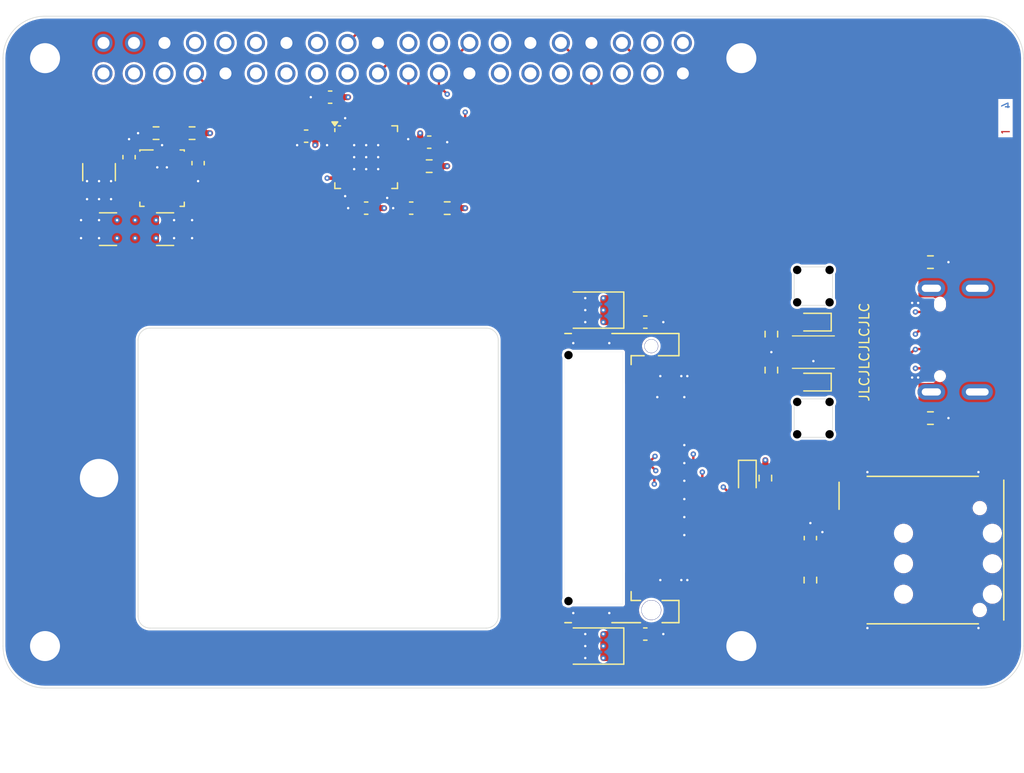
<source format=kicad_pcb>
(kicad_pcb (version 20240108) (generator "pcbnew") (generator_version "8.0")
  (title_block (date "2024-03-28") (rev "2"))
  (layers (0 "F.Cu" signal "Front") (1 "In1.Cu" power) (2 "In2.Cu" power) (31 "B.Cu" signal "Back") (35 "F.Paste" user) (36 "B.SilkS" user "B.Silkscreen") (37 "F.SilkS" user "F.Silkscreen") (38 "B.Mask" user) (39 "F.Mask" user) (44 "Edge.Cuts" user))
  (property "Order-Number" "JLCJLCJLCJLC")
  (net 0 "")
  (net 1 "GND")
  (net 2 "/M2 Connector/USB-CC1")
  (net 3 "/M2 Connector/USB+")
  (net 4 "Earth")
  (net 5 "/M2 Connector/USB-")
  (net 7 "/M2 Connector/USB-CC2")
  (net 10 "Net-(D101-K)")
  (net 11 "/LED1")
  (net 12 "Net-(D102-K)")
  (net 13 "/Button")
  (net 14 "+3.3V")
  (net 15 "/Reset")
  (net 16 "/IRQ")
  (net 17 "/MOSI")
  (net 18 "/MISO")
  (net 19 "/SCLK")
  (net 20 "/CS")
  (net 51 "/LED2")
  (net 58 "+5V")
  (net 59 "/M2 Connector/WWAN-LED")
  (net 60 "Net-(D201-A)")
  (net 63 "/M2 Connector/SIM-Reset")
  (net 66 "/M2 Connector/SIM-Clock")
  (net 67 "/M2 Connector/SIM-Data")
  (net 72 "+1V8")
  (net 79 "/M2 Connector/SIM-Detect")
  (net 108 "+3V8")
  (net 109 "/Power Supply +3V8/Vcc")
  (net 110 "/Power Supply +3V8/Feedback")
  (net 115 "unconnected-(J101-VBUS-PadV)_0")
  (net 116 "unconnected-(J101-VBUS-PadV)")
  (footprint "Resistor_SMD:R_0603_1608Metric" (layer "F.Cu") (at 154 75)
    (property "Reference" "R105" (hide yes))
    (property "Value" "5K1" (hide yes))
  )
  (footprint "Capacitor_SMD:C_0603_1608Metric" (layer "F.Cu") (at 144.25 65.75 180)
    (property "Reference" "C104" (hide yes))
    (property "Value" "10u" (hide yes))
  )
  (footprint "Capacitor_SMD:C_0603_1608Metric" (layer "F.Cu") (at 142.25 69 180)
    (property "Reference" "C102" (hide yes))
    (property "Value" "0u1" (hide yes))
  )
  (footprint "V2_RaspberryPi:Hat" (layer "F.Cu") (at 117 115)
    (property "Reference" "H105" (hide yes))
    (property "Value" "Hat" (hide yes))
    (fp_line (start 0 -52.5) (end 0 -3.5) (stroke (width 0.05)) (layer "Edge.Cuts"))
    (fp_line (start 3.5 -56) (end 81.5 -56) (stroke (width 0.05)) (layer "Edge.Cuts"))
    (fp_line (start 3.5 0) (end 81.5 0) (stroke (width 0.05)) (layer "Edge.Cuts"))
    (fp_line (start 85 -52.5) (end 85 -3.5) (stroke (width 0.05)) (layer "Edge.Cuts"))
    (fp_arc (start 0 -52.5) (mid 1.025126 -54.974874) (end 3.5 -56) (stroke (width 0.05)) (layer "Edge.Cuts"))
    (fp_arc (start 3.5 0) (mid 1.025126 -1.025126) (end 0 -3.5) (stroke (width 0.05)) (layer "Edge.Cuts"))
    (fp_arc (start 81.5 -56) (mid 83.974874 -54.974874) (end 85 -52.5) (stroke (width 0.05)) (layer "Edge.Cuts"))
    (fp_arc (start 85 -3.5) (mid 83.974874 -1.025126) (end 81.5 0) (stroke (width 0.05)) (layer "Edge.Cuts"))
  )
  (footprint "Resistor_SMD:R_0603_1608Metric" (layer "F.Cu") (at 129.75 68.75 180)
    (property "Reference" "R502" (hide yes))
    (property "Value" "10k" (hide yes))
  )
  (footprint "Capacitor_SMD:C_0603_1608Metric" (layer "F.Cu") (at 133.25 71.25 -90)
    (property "Reference" "C504" (hide yes))
    (property "Value" "1u" (hide yes))
  )
  (footprint "V2_RaspberryPi:Connector" (layer "F.Cu") (at 149.5 62.5)
    (property "Reference" "J104" (hide yes))
    (property "Value" "Raspberry Pi" (hide yes))
  )
  (footprint "V2_Mechanical:MountingHole_2.5mm_PadTop_5mm" (layer "F.Cu") (at 120.5 62.5 180)
    (property "Reference" "H101" (hide yes))
    (property "Value" "MountingHole_2.5mm_PadTop_5mm" (hide yes))
  )
  (footprint "V2_Connector_M2:MDT180B01001" (layer "F.Cu") (at 171 97.5 -90)
    (property "Reference" "J201" (hide yes))
    (property "Value" "M.2" (hide yes))
    (fp_line (start -10.5 7.2) (end 10.5 7.2) (stroke (width 0.01)) (layer "Edge.Cuts"))
    (fp_line (start 10.5 7.2) (end 10.5 2.39) (stroke (width 0.01)) (layer "Edge.Cuts"))
    (fp_line (start -10.5 2.39) (end -10.5 7.2) (stroke (width 0.01)) (layer "Edge.Cuts"))
    (fp_line (start 10.5 2.39) (end -10.5 2.39) (stroke (width 0.01)) (layer "Edge.Cuts"))
  )
  (footprint "V2_Production:Order_Number" (layer "F.Cu") (at 188.75 87 90)
    (property "Reference" "INFO101" (hide yes))
    (property "Value" "ORDER-NUMBER" (hide yes))
  )
  (footprint "Capacitor_SMD:C_0603_1608Metric" (layer "F.Cu") (at 151 75 180)
    (property "Reference" "C103" (hide yes))
    (property "Value" "0u1" (hide yes))
  )
  (footprint "V2_Converter_DCDC:TPSM33625" (layer "F.Cu") (at 130.25 72.5)
    (property "Reference" "U501" (hide yes))
    (property "Value" "TPSM33625" (hide yes))
  )
  (footprint "V2_Artwork:Logo_Small" (layer "F.Cu") (at 120.5 87 90)
    (property "Reference" "ICON101" (hide yes))
    (property "Value" "V2-logo" (hide yes))
  )
  (footprint "Capacitor_SMD:C_1210_3225Metric" (layer "F.Cu") (at 130.5 76.75)
    (property "Reference" "C505" (hide yes))
    (property "Value" "22u" (hide yes))
  )
  (footprint "Capacitor_Tantalum_SMD:CP_EIA-3528-21_Kemet-B" (layer "F.Cu") (at 166.25 111.5 180)
    (property "Reference" "C202" (hide yes))
    (property "Value" "100u" (hide yes))
  )
  (footprint "Capacitor_SMD:C_0603_1608Metric" (layer "F.Cu") (at 127.5 70.75 90)
    (property "Reference" "C502" (hide yes))
    (property "Value" "0u1" (hide yes))
  )
  (footprint "V2_Package_DFN_QFN:QFN-32-1EP_5x5mm_P0.5mm_EP3.6x3.6mm_ThermalVias" (layer "F.Cu") (at 147.25 70.75)
    (property "Reference" "U101" (hide yes))
    (property "Value" "TPM_Infineon_SLB9670" (hide yes))
  )
  (footprint "Resistor_SMD:R_0603_1608Metric" (layer "F.Cu") (at 184.25 106 -90)
    (property "Reference" "R202" (hide yes))
    (property "Value" "27k" (hide yes))
  )
  (footprint "Capacitor_SMD:C_0603_1608Metric" (layer "F.Cu") (at 152.5 69.5)
    (property "Reference" "C101" (hide yes))
    (property "Value" "0u1" (hide yes))
  )
  (footprint "Resistor_SMD:R_0603_1608Metric" (layer "F.Cu") (at 194.25 79.5)
    (property "Reference" "R102" (hide yes))
    (property "Value" "5k1" (hide yes))
  )
  (footprint "Resistor_SMD:R_0603_1608Metric" (layer "F.Cu") (at 181 88.5 90)
    (property "Reference" "R103" (hide yes))
    (property "Value" "330R" (hide yes))
  )
  (footprint "LED_SMD:LED_0603_1608Metric" (layer "F.Cu") (at 179 97.5 -90)
    (property "Reference" "D201" (hide yes))
    (property "Value" "Orange" (hide yes))
  )
  (footprint "V2_Mechanical:MountingHole_2.5mm_PadTop_5mm" (layer "F.Cu") (at 178.5 62.5 180)
    (property "Reference" "H104" (hide yes))
    (property "Value" "MountingHole_2.5mm_PadTop_5mm" (hide yes))
  )
  (footprint "V2_Fiducial:Fiducial_0.5mm_Mask1mm_Paste" (layer "F.Cu") (at 120.5 107.75)
    (property "Reference" "FID101" (hide yes))
    (property "Value" "Fiducial" (hide yes))
  )
  (footprint "Resistor_SMD:R_0603_1608Metric" (layer "F.Cu") (at 194.25 92.5)
    (property "Reference" "R101" (hide yes))
    (property "Value" "5k1" (hide yes))
  )
  (footprint "Capacitor_SMD:C_0603_1608Metric" (layer "F.Cu") (at 170.5 110.5)
    (property "Reference" "C203" (hide yes))
    (property "Value" "0u1" (hide yes))
  )
  (footprint "V2_Connector_USB:JAE_DX07S016JA3" (layer "F.Cu") (at 197 86 90)
    (property "Reference" "J101" (hide yes))
    (property "Value" "JAE_DX07S016JA3" (hide yes))
  )
  (footprint "Resistor_SMD:R_0603_1608Metric" (layer "F.Cu") (at 132.75 68.75 180)
    (property "Reference" "R501" (hide yes))
    (property "Value" "27k" (hide yes))
  )
  (footprint "Resistor_SMD:R_0603_1608Metric" (layer "F.Cu") (at 180.5 97.5 90)
    (property "Reference" "R201" (hide yes))
    (property "Value" "1k" (hide yes))
  )
  (footprint "Resistor_SMD:R_0603_1608Metric" (layer "F.Cu") (at 152.5 71.5)
    (property "Reference" "R106" (hide yes))
    (property "Value" "10k" (hide yes))
  )
  (footprint "Capacitor_SMD:C_1210_3225Metric" (layer "F.Cu") (at 125.75 76.75 180)
    (property "Reference" "C503" (hide yes))
    (property "Value" "22u" (hide yes))
  )
  (footprint "LED_SMD:LED_0603_1608Metric" (layer "F.Cu") (at 184.5 84.5 180)
    (property "Reference" "D102" (hide yes))
    (property "Value" "Orange" (hide yes))
  )
  (footprint "V2_Connector_SIM:Amphenol_G85D1171012HHR" (layer "F.Cu") (at 193.5 103.5 90)
    (property "Reference" "J202" (hide yes))
    (property "Value" "SIM" (hide yes))
  )
  (footprint "V2_PCB_Devices:PCB_Button-bottom" (layer "F.Cu") (at 184.5 87 180)
    (property "Reference" "SWB101" (hide yes))
    (property "Value" "Button-bottom" (hide yes))
    (fp_line (start 1.6 7.1) (end 1.6 3.9) (stroke (width 0.05)) (layer "Edge.Cuts"))
    (fp_line (start 1.6 3.9) (end -1.6 3.9) (stroke (width 0.05)) (layer "Edge.Cuts"))
    (fp_line (start 1.6 -3.9) (end 1.6 -7.1) (stroke (width 0.05)) (layer "Edge.Cuts"))
    (fp_line (start 1.6 -7.1) (end -1.6 -7.1) (stroke (width 0.05)) (layer "Edge.Cuts"))
    (fp_line (start -1.6 7.1) (end 1.6 7.1) (stroke (width 0.05)) (layer "Edge.Cuts"))
    (fp_line (start -1.6 3.9) (end -1.6 7.1) (stroke (width 0.05)) (layer "Edge.Cuts"))
    (fp_line (start -1.6 -3.9) (end 1.6 -3.9) (stroke (width 0.05)) (layer "Edge.Cuts"))
    (fp_line (start -1.6 -7.1) (end -1.6 -3.9) (stroke (width 0.05)) (layer "Edge.Cuts"))
  )
  (footprint "LED_SMD:LED_0603_1608Metric" (layer "F.Cu") (at 184.5 89.5 180)
    (property "Reference" "D101" (hide yes))
    (property "Value" "Orange" (hide yes))
  )
  (footprint "Capacitor_SMD:C_0603_1608Metric" (layer "F.Cu") (at 184.25 102.5 90)
    (property "Reference" "C205" (hide yes))
    (property "Value" "0u1" (hide yes))
  )
  (footprint "V2_Fiducial:Fiducial_0.5mm_Mask1mm_Paste" (layer "F.Cu") (at 198.5 111.5)
    (property "Reference" "FID102" (hide yes))
    (property "Value" "Fiducial" (hide yes))
  )
  (footprint "V2_Production:Layer_Numbers" (layer "F.Cu") (at 200.5 67.5 90)
    (property "Reference" "INFO102" (hide yes))
    (property "Value" "Layer_Numbers" (hide yes))
  )
  (footprint "Resistor_SMD:R_0603_1608Metric" (layer "F.Cu") (at 181 85.5 -90)
    (property "Reference" "R104" (hide yes))
    (property "Value" "330R" (hide yes))
  )
  (footprint "Capacitor_SMD:C_0603_1608Metric" (layer "F.Cu") (at 170.5 84.5)
    (property "Reference" "C204" (hide yes))
    (property "Value" "0u1" (hide yes))
  )
  (footprint "Capacitor_SMD:C_0603_1608Metric" (layer "F.Cu") (at 147.25 75 180)
    (property "Reference" "C105" (hide yes))
    (property "Value" "0u1" (hide yes))
  )
  (footprint "V2_Button_Switch_SMD:SKSG" (layer "F.Cu") (at 184.5 87 180)
    (property "Reference" "SW101" (hide yes))
    (property "Value" "SW_Push" (hide yes))
  )
  (footprint "Capacitor_SMD:C_1210_3225Metric" (layer "F.Cu") (at 125 72 -90)
    (property "Reference" "C501" (hide yes))
    (property "Value" "10u" (hide yes))
  )
  (footprint "V2_Mechanical:MountingHole_2.5mm_PadTop_5mm" (layer "F.Cu") (at 120.5 111.5 180)
    (property "Reference" "H102" (hide yes))
    (property "Value" "MountingHole_2.5mm_PadTop_5mm" (hide yes))
  )
  (footprint "Capacitor_Tantalum_SMD:CP_EIA-3528-21_Kemet-B" (layer "F.Cu") (at 166.25 83.5 180)
    (property "Reference" "C201" (hide yes))
    (property "Value" "100u" (hide yes))
  )
  (footprint "V2_Fiducial:Fiducial_0.5mm_Mask1mm_Paste" (layer "F.Cu") (at 120.5 66.25)
    (property "Reference" "FID103" (hide yes))
    (property "Value" "Fiducial" (hide yes))
  )
  (footprint "V2_Mechanical:MountingHole_2.5mm_PadTop_5mm" (layer "F.Cu") (at 178.5 111.5 180)
    (property "Reference" "H103" (hide yes))
    (property "Value" "MountingHole_2.5mm_PadTop_5mm" (hide yes))
  )
  (gr_arc (start 128.25 86) (mid 128.542893 85.292893) (end 129.25 85) (stroke (width 0.05)) (layer "Edge.Cuts"))
  (gr_line (start 158.25 109) (end 158.25 86) (stroke (width 0.05)) (layer "Edge.Cuts"))
  (gr_arc (start 157.25 85) (mid 157.957107 85.292893) (end 158.25 86) (stroke (width 0.05)) (layer "Edge.Cuts"))
  (gr_line (start 128.25 109) (end 128.25 86) (stroke (width 0.05)) (layer "Edge.Cuts"))
  (gr_line (start 129.25 110) (end 157.25 110) (stroke (width 0.05)) (layer "Edge.Cuts"))
  (gr_line (start 129.25 85) (end 157.25 85) (stroke (width 0.05)) (layer "Edge.Cuts"))
  (gr_arc (start 129.25 110) (mid 128.542893 109.707107) (end 128.25 109) (stroke (width 0.05)) (layer "Edge.Cuts"))
  (gr_arc (start 158.25 109) (mid 157.957107 109.707107) (end 157.25 110) (stroke (width 0.05)) (layer "Edge.Cuts"))
  (segment (start 173.75 94.75) (end 172.55 94.75) (width 0.3) (layer "F.Cu") (net 1))
  (segment (start 184.5875 87.8375) (end 184.5 87.75) (width 0.2) (layer "F.Cu") (net 1))
  (segment (start 182.9375 87.8375) (end 184.4125 87.8375) (width 0.2) (layer "F.Cu") (net 1))
  (segment (start 173.75 96.25) (end 172.55 96.25) (width 0.3) (layer "F.Cu") (net 1))
  (segment (start 165.895 108.75) (end 166.03 108.885) (width 0.5) (layer "F.Cu") (net 1))
  (segment (start 173.725 97.75) (end 172.55 97.75) (width 0.3) (layer "F.Cu") (net 1))
  (segment (start 171.5 90.75) (end 172.55 90.75) (width 0.3) (layer "F.Cu") (net 1))
  (segment (start 150.5 69.5) (end 149.7 69.5) (width 0.3) (layer "F.Cu") (net 1))
  (segment (start 198.25 97) (end 199.61 97) (width 0.5) (layer "F.Cu") (net 1))
  (segment (start 145.975 70.225) (end 145.975 69.5) (width 0.5) (layer "F.Cu") (net 1))
  (segment (start 173.75 90.75) (end 172.55 90.75) (width 0.3) (layer "F.Cu") (net 1))
  (segment (start 165.895 86.25) (end 166.03 86.115) (width 0.5) (layer "F.Cu") (net 1))
  (segment (start 185.25 102) (end 186.1225 102) (width 0.5) (layer "F.Cu") (net 1))
  (segment (start 145.5 67.5) (end 145.5 68.3) (width 0.3) (layer "F.Cu") (net 1))
  (segment (start 167.5 108.75) (end 166.165 108.75) (width 0.5) (layer "F.Cu") (net 1))
  (segment (start 186.1225 102) (end 186.13 101.9925) (width 0.5) (layer "F.Cu") (net 1))
  (segment (start 128.25 68.75) (end 128.925 68.75) (width 0.5) (layer "F.Cu") (net 1))
  (segment (start 130.25 69.75) (end 130.25 70.8) (width 0.3) (layer "F.Cu") (net 1))
  (segment (start 189 110) (end 187.61 110) (width 0.5) (layer "F.Cu") (net 1))
  (segment (start 189 97) (end 187.61 97) (width 0.5) (layer "F.Cu") (net 1))
  (segment (start 198.25 110) (end 199.61 110) (width 0.5) (layer "F.Cu") (net 1))
  (segment (start 193.94773 82.90227) (end 193.95 82.9) (width 0.5) (layer "F.Cu") (net 1))
  (segment (start 193.931257 89.118743) (end 193.95 89.1) (width 0.5) (layer "F.Cu") (net 1))
  (segment (start 146.475 75) (end 145.75 75) (width 0.5) (layer "F.Cu") (net 1))
  (segment (start 149.5 75) (end 150.225 75) (width 0.5) (layer "F.Cu") (net 1))
  (segment (start 173.75 99.25) (end 172.55 99.25) (width 0.3) (layer "F.Cu") (net 1))
  (segment (start 164.5 108.75) (end 165.895 108.75) (width 0.5) (layer "F.Cu") (net 1))
  (segment (start 141.5 69.75) (end 141.475 69.725) (width 0.5) (layer "F.Cu") (net 1))
  (segment (start 186.0625 87.8375) (end 184.5875 87.8375) (width 0.2) (layer "F.Cu") (net 1))
  (segment (start 195.075 79.5) (end 195.75 79.5) (width 0.5) (layer "F.Cu") (net 1))
  (segment (start 133.25 72.025) (end 133.25 72.75) (width 0.5) (layer "F.Cu") (net 1))
  (segment (start 192.725752 89.118743) (end 193.931257 89.118743) (width 0.5) (layer "F.Cu") (net 1))
  (segment (start 144.243075 69.5) (end 144.8 69.5) (width 0.3) (layer "F.Cu") (net 1))
  (segment (start 173.75 102.25) (end 172.55 102.25) (width 0.3) (layer "F.Cu") (net 1))
  (segment (start 150.75 69.25) (end 150.5 69.5) (width 0.3) (layer "F.Cu") (net 1))
  (segment (start 173.75 97.725) (end 173.725 97.75) (width 0.3) (layer "F.Cu") (net 1))
  (segment (start 172 110.5) (end 171.275 110.5) (width 0.5) (layer "F.Cu") (net 1))
  (segment (start 127.5 69.25) (end 127.5 69.975) (width 0.5) (layer "F.Cu") (net 1))
  (segment (start 192.725448 82.90227) (end 193.94773 82.90227) (width 0.5) (layer "F.Cu") (net 1))
  (segment (start 172 84.5) (end 171.275 84.5) (width 0.5) (layer "F.Cu") (net 1))
  (segment (start 153.275 69.5) (end 154 69.5) (width 0.5) (layer "F.Cu") (net 1))
  (segment (start 143.993075 69.75) (end 144.243075 69.5) (width 0.3) (layer "F.Cu") (net 1))
  (segment (start 181 86.325) (end 181 87.675) (width 0.5) (layer "F.Cu") (net 1))
  (segment (start 141.475 69.725) (end 141.475 69) (width 0.5) (layer "F.Cu") (net 1))
  (segment (start 166.165 86.25) (end 166.03 86.115) (width 0.5) (layer "F.Cu") (net 1))
  (segment (start 145.5 73.2) (end 145.5 74) (width 0.3) (layer "F.Cu") (net 1))
  (segment (start 173.75 100.75) (end 172.55 100.75) (width 0.3) (layer "F.Cu") (net 1))
  (segment (start 166.165 108.75) (end 166.03 108.885) (width 0.5) (layer "F.Cu") (net 1))
  (segment (start 186.1375 102) (end 186.13 101.9925) (width 0.5) (layer "F.Cu") (net 1))
  (segment (start 184.25 101.25) (end 184.25 101.725) (width 0.5) (layer "F.Cu") (net 1))
  (segment (start 164.5 86.25) (end 165.895 86.25) (width 0.5) (layer "F.Cu") (net 1))
  (segment (start 142.6375 65.75) (end 143.3625 65.75) (width 0.5) (layer "F.Cu") (net 1))
  (segment (start 195.075 92.5) (end 195.75 92.5) (width 0.5) (layer "F.Cu") (net 1))
  (segment (start 167.5 86.25) (end 166.165 86.25) (width 0.5) (layer "F.Cu") (net 1))
  (segment (start 149 73.35) (end 149 74.15) (width 0.3) (layer "F.Cu") (net 1))
  (segment (start 184.4125 87.8375) (end 184.5 87.75) (width 0.2) (layer "F.Cu") (net 1))
  (via (at 198.25 97) (size 0.45) (drill 0.2) (layers "F.Cu" "B.Cu") (net 1))
  (via (at 173.75 100.75) (size 0.45) (drill 0.2) (layers "F.Cu" "B.Cu") (net 1))
  (via (at 173.75 99.25) (size 0.45) (drill 0.2) (layers "F.Cu" "B.Cu") (net 1))
  (via (at 164.5 86.25) (size 0.45) (drill 0.2) (layers "F.Cu" "B.Cu") (net 1))
  (via (at 132.75 76) (size 0.45) (drill 0.2) (layers "F.Cu" "B.Cu") (net 1))
  (via (at 192.725752 89.118743) (size 0.45) (drill 0.2) (layers "F.Cu" "B.Cu") (net 1))
  (via (at 173.75 94.75) (size 0.45) (drill 0.2) (layers "F.Cu" "B.Cu") (net 1))
  (via (at 165.5 84.5) (size 0.45) (drill 0.2) (layers "F.Cu" "B.Cu") (net 1))
  (via (at 126 74.25) (size 0.45) (drill 0.2) (layers "F.Cu" "B.Cu") (net 1))
  (via (at 193.225448 82.90227) (size 0.45) (drill 0.2) (layers "F.Cu" "B.Cu") (net 1))
  (via (at 127.5 69.25) (size 0.45) (drill 0.2) (layers "F.Cu" "B.Cu") (net 1))
  (via (at 173.5 106) (size 0.45) (drill 0.2) (layers "F.Cu" "B.Cu") (net 1))
  (via (at 181 87) (size 0.45) (drill 0.2) (layers "F.Cu" "B.Cu") (net 1))
  (via (at 126 72.75) (size 0.45) (drill 0.2) (layers "F.Cu" "B.Cu") (net 1))
  (via (at 132.75 77.5) (size 0.45) (drill 0.2) (layers "F.Cu" "B.Cu") (net 1))
  (via (at 130.25 69.75) (size 0.45) (drill 0.2) (layers "F.Cu" "B.Cu") (net 1))
  (via (at 165.5 111.5) (size 0.45) (drill 0.2) (layers "F.Cu" "B.Cu") (net 1))
  (via (at 167.5 108.75) (size 0.45) (drill 0.2) (layers "F.Cu" "B.Cu") (net 1))
  (via (at 164.5 108.75) (size 0.45) (drill 0.2) (layers "F.Cu" "B.Cu") (net 1))
  (via (at 128.25 68.75) (size 0.45) (drill 0.2) (layers "F.Cu" "B.Cu") (net 1))
  (via (at 145.5 67.5) (size 0.45) (drill 0.2) (layers "F.Cu" "B.Cu") (net 1))
  (via (at 165.5 82.5) (size 0.45) (drill 0.2) (layers "F.Cu" "B.Cu") (net 1))
  (via (at 125 74.25) (size 0.45) (drill 0.2) (layers "F.Cu" "B.Cu") (net 1))
  (via (at 145.5 74) (size 0.45) (drill 0.2) (layers "F.Cu" "B.Cu") (net 1))
  (via (at 173.75 97.725) (size 0.45) (drill 0.2) (layers "F.Cu" "B.Cu") (net 1))
  (via (at 123.5 76) (size 0.45) (drill 0.2) (layers "F.Cu" "B.Cu") (net 1))
  (via (at 149.5 75) (size 0.45) (drill 0.2) (layers "F.Cu" "B.Cu") (net 1))
  (via (at 198.25 110) (size 0.45) (drill 0.2) (layers "F.Cu" "B.Cu") (net 1))
  (via (at 174 89) (size 0.45) (drill 0.2) (layers "F.Cu" "B.Cu") (net 1))
  (via (at 150.75 69.25) (size 0.45) (drill 0.2) (layers "F.Cu" "B.Cu") (net 1))
  (via (at 173.5 89) (size 0.45) (drill 0.2) (layers "F.Cu" "B.Cu") (net 1))
  (via (at 165.5 110.5) (size 0.45) (drill 0.2) (layers "F.Cu" "B.Cu") (net 1))
  (via (at 195.75 79.5) (size 0.45) (drill 0.2) (layers "F.Cu" "B.Cu") (net 1))
  (via (at 184.5 87.75) (size 0.45) (drill 0.2) (layers "F.Cu" "B.Cu") (net 1))
  (via (at 143.993075 69.75) (size 0.45) (drill 0.2) (layers "F.Cu" "B.Cu") (net 1))
  (via (at 124 74.25) (size 0.45) (drill 0.2) (layers "F.Cu" "B.Cu") (net 1))
  (via (at 141.5 69.75) (size 0.45) (drill 0.2) (layers "F.Cu" "B.Cu") (net 1))
  (via (at 174 106) (size 0.45) (drill 0.2) (layers "F.Cu" "B.Cu") (net 1))
  (via (at 165.5 83.5) (size 0.45) (drill 0.2) (layers "F.Cu" "B.Cu") (net 1))
  (via (at 189 110) (size 0.45) (drill 0.2) (layers "F.Cu" "B.Cu") (net 1))
  (via (at 171.5 90.75) (size 0.45) (drill 0.2) (layers "F.Cu" "B.Cu") (net 1))
  (via (at 195.75 92.5) (size 0.45) (drill 0.2) (layers "F.Cu" "B.Cu") (net 1))
  (via (at 184.25 101.25) (size 0.45) (drill 0.2) (layers "F.Cu" "B.Cu") (net 1))
  (via (at 189 97) (size 0.45) (drill 0.2) (layers "F.Cu" "B.Cu") (net 1))
  (via (at 172 110.5) (size 0.45) (drill 0.2) (layers "F.Cu" "B.Cu") (net 1))
  (via (at 192.725448 82.90227) (size 0.45) (drill 0.2) (layers "F.Cu" "B.Cu") (net 1))
  (via (at 167.5 86.25) (size 0.45) (drill 0.2) (layers "F.Cu" "B.Cu") (net 1))
  (via (at 123.5 77.5) (size 0.45) (drill 0.2) (layers "F.Cu" "B.Cu") (net 1))
  (via (at 145.75 75) (size 0.45) (drill 0.2) (layers "F.Cu" "B.Cu") (net 1))
  (via (at 173.75 96.25) (size 0.45) (drill 0.2) (layers "F.Cu" "B.Cu") (net 1))
  (via (at 124 72.75) (size 0.45) (drill 0.2) (layers "F.Cu" "B.Cu") (net 1))
  (via (at 154 69.5) (size 0.45) (drill 0.2) (layers "F.Cu" "B.Cu") (net 1))
  (via (at 165.5 112.5) (size 0.45) (drill 0.2) (layers "F.Cu" "B.Cu") (net 1))
  (via (at 125 77.5) (size 0.45) (drill 0.2) (layers "F.Cu" "B.Cu") (net 1))
  (via (at 125 76) (size 0.45) (drill 0.2) (layers "F.Cu" "B.Cu") (net 1))
  (via (at 171.75 106) (size 0.45) (drill 0.2) (layers "F.Cu" "B.Cu") (net 1))
  (via (at 193.225752 89.118743) (size 0.45) (drill 0.2) (layers "F.Cu" "B.Cu") (net 1))
  (via (at 125 72.75) (size 0.45) (drill 0.2) (layers "F.Cu" "B.Cu") (net 1))
  (via (at 133.25 72.75) (size 0.45) (drill 0.2) (layers "F.Cu" "B.Cu") (net 1))
  (via (at 149 74.15) (size 0.45) (drill 0.2) (layers "F.Cu" "B.Cu") (net 1))
  (via (at 131.25 76) (size 0.45) (drill 0.2) (layers "F.Cu" "B.Cu") (net 1))
  (via (at 173.75 90.75) (size 0.45) (drill 0.2) (layers "F.Cu" "B.Cu") (net 1))
  (via (at 173.75 102.25) (size 0.45) (drill 0.2) (layers "F.Cu" "B.Cu") (net 1))
  (via (at 131.25 77.5) (size 0.45) (drill 0.2) (layers "F.Cu" "B.Cu") (net 1))
  (via (at 172 84.5) (size 0.45) (drill 0.2) (layers "F.Cu" "B.Cu") (net 1))
  (via (at 142.6375 65.75) (size 0.45) (drill 0.2) (layers "F.Cu" "B.Cu") (net 1))
  (via (at 171.75 89) (size 0.45) (drill 0.2) (layers "F.Cu" "B.Cu") (net 1))
  (via (at 185.25 102) (size 0.45) (drill 0.2) (layers "F.Cu" "B.Cu") (net 1))
  (segment (start 192 88.508211) (end 192 91.075) (width 0.2) (layer "F.Cu") (net 2))
  (segment (start 192 91.075) (end 193.425 92.5) (width 0.2) (layer "F.Cu") (net 2))
  (segment (start 192.758211 87.75) (end 192 88.508211) (width 0.2) (layer "F.Cu") (net 2))
  (segment (start 193.95 87.75) (end 192.758211 87.75) (width 0.2) (layer "F.Cu") (net 2))
  (segment (start 185.75 95.25) (end 187 94) (width 0.2) (layer "F.Cu") (net 3))
  (segment (start 187 92.032037) (end 192.782037 86.25) (width 0.2) (layer "F.Cu") (net 3))
  (segment (start 172.55 89.75) (end 177.75 89.75) (width 0.2) (layer "F.Cu") (net 3))
  (segment (start 192.782037 86.25) (end 193.95 86.25) (width 0.2) (layer "F.Cu") (net 3))
  (segment (start 183.25 95.25) (end 185.75 95.25) (width 0.2) (layer "F.Cu") (net 3))
  (segment (start 177.75 89.75) (end 183.25 95.25) (width 0.2) (layer "F.Cu") (net 3))
  (segment (start 187 94) (end 187 92.032037) (width 0.2) (layer "F.Cu") (net 3))
  (segment (start 193.95 85.75) (end 193.95 86.25) (width 0.3) (layer "F.Cu") (net 3))
  (segment (start 193 85.5) (end 193.25 85.25) (width 0.2) (layer "F.Cu") (net 5))
  (segment (start 193.0245 86.75) (end 193.95 86.75) (width 0.2) (layer "F.Cu") (net 5))
  (segment (start 177.475 90.225) (end 172.575 90.225) (width 0.2) (layer "F.Cu") (net 5))
  (segment (start 187.5 92.200736) (end 187.5 94.25) (width 0.2) (layer "F.Cu") (net 5))
  (segment (start 192.926236 86.7745) (end 187.5 92.200736) (width 0.2) (layer "F.Cu") (net 5))
  (segment (start 183 95.75) (end 177.475 90.225) (width 0.2) (layer "F.Cu") (net 5))
  (segment (start 193.25 85.25) (end 193.95 85.25) (width 0.2) (layer "F.Cu") (net 5))
  (segment (start 193 86.7745) (end 193.0245 86.75) (width 0.2) (layer "F.Cu") (net 5))
  (segment (start 187.5 94.25) (end 186 95.75) (width 0.2) (layer "F.Cu") (net 5))
  (segment (start 186 95.75) (end 183 95.75) (width 0.2) (layer "F.Cu") (net 5))
  (segment (start 193 86.7745) (end 192.926236 86.7745) (width 0.2) (layer "F.Cu") (net 5))
  (segment (start 172.575 90.225) (end 172.55 90.25) (width 0.2) (layer "F.Cu") (net 5))
  (via (at 193 86.7745) (size 0.45) (drill 0.2) (layers "F.Cu" "B.Cu") (net 5))
  (via (at 193 85.5) (size 0.45) (drill 0.2) (layers "F.Cu" "B.Cu") (net 5))
  (segment (start 192 80.925) (end 193.425 79.5) (width 0.2) (layer "F.Cu") (net 7))
  (segment (start 192 83.5) (end 192 80.925) (width 0.2) (layer "F.Cu") (net 7))
  (segment (start 193.25 84.75) (end 192 83.5) (width 0.2) (layer "F.Cu") (net 7))
  (segment (start 193.95 84.75) (end 193.25 84.75) (width 0.2) (layer "F.Cu") (net 7))
  (segment (start 184.5125 88.725) (end 181.6 88.725) (width 0.2) (layer "F.Cu") (net 10))
  (segment (start 185.2875 89.5) (end 184.5125 88.725) (width 0.2) (layer "F.Cu") (net 10))
  (segment (start 181.6 88.725) (end 181 89.325) (width 0.2) (layer "F.Cu") (net 10))
  (segment (start 182.9625 90.25) (end 180.5 90.25) (width 0.2) (layer "F.Cu") (net 11))
  (segment (start 166.01 75.76) (end 166.01 63.77) (width 0.2) (layer "F.Cu") (net 11))
  (segment (start 180.5 90.25) (end 166.01 75.76) (width 0.2) (layer "F.Cu") (net 11))
  (segment (start 183.7125 89.5) (end 182.9625 90.25) (width 0.2) (layer "F.Cu") (net 11))
  (segment (start 181.6 85.275) (end 181 84.675) (width 0.2) (layer "F.Cu") (net 12))
  (segment (start 184.5125 85.275) (end 181.6 85.275) (width 0.2) (layer "F.Cu") (net 12))
  (segment (start 185.2875 84.5) (end 184.5125 85.275) (width 0.2) (layer "F.Cu") (net 12))
  (segment (start 169.82 62.5) (end 168.55 61.23) (width 0.2) (layer "F.Cu") (net 13))
  (segment (start 186.5 85.725) (end 186.5 75) (width 0.2) (layer "F.Cu") (net 13))
  (segment (start 186.0625 86.1625) (end 186.5 85.725) (width 0.2) (layer "F.Cu") (net 13))
  (segment (start 186.5 75) (end 174 62.5) (width 0.2) (layer "F.Cu") (net 13))
  (segment (start 174 62.5) (end 169.82 62.5) (width 0.2) (layer "F.Cu") (net 13))
  (segment (start 186.0625 86.1625) (end 182.9375 86.1625) (width 0.2) (layer "F.Cu") (net 13))
  (segment (start 151.225 70) (end 151.725 69.5) (width 0.3) (layer "F.Cu") (net 14))
  (segment (start 154 71.5) (end 153.995 71.495) (width 0.5) (layer "F.Cu") (net 14))
  (segment (start 151.75 68.75) (end 151.75 69.475) (width 0.5) (layer "F.Cu") (net 14))
  (segment (start 144 72.5) (end 144.8 72.5) (width 0.3) (layer "F.Cu") (net 14))
  (segment (start 153.995 71.495) (end 153.32 71.495) (width 0.5) (layer "F.Cu") (net 14))
  (segment (start 148 74.975) (end 148.025 75) (width 0.3) (layer "F.Cu") (net 14))
  (segment (start 143.025 69.725) (end 143.025 69) (width 0.5) (layer "F.Cu") (net 14))
  (segment (start 145.025 65.75) (end 145.75 65.75) (width 0.5) (layer "F.Cu") (net 14))
  (segment (start 148.75 75) (end 148.025 75) (width 0.5) (layer "F.Cu") (net 14))
  (segment (start 148 73.2) (end 148 74.975) (width 0.3) (layer "F.Cu") (net 14))
  (segment (start 144.8 69) (end 143.025 69) (width 0.3) (layer "F.Cu") (net 14))
  (segment (start 143 69.75) (end 143.025 69.725) (width 0.5) (layer "F.Cu") (net 14))
  (segment (start 149.7 70) (end 151.225 70) (width 0.3) (layer "F.Cu") (net 14))
  (segment (start 154.825 75) (end 155.5 75) (width 0.5) (layer "F.Cu") (net 14))
  (via (at 151.75 68.75) (size 0.45) (drill 0.2) (layers "F.Cu" "B.Cu") (net 14))
  (via (at 144 72.5) (size 0.45) (drill 0.2) (layers "F.Cu" "B.Cu") (net 14))
  (via (at 155.5 75) (size 0.45) (drill 0.2) (layers "F.Cu" "B.Cu") (net 14))
  (via (at 145.75 65.75) (size 0.45) (drill 0.2) (layers "F.Cu" "B.Cu") (net 14))
  (via (at 148.75 75) (size 0.45) (drill 0.2) (layers "F.Cu" "B.Cu") (net 14))
  (via (at 143 69.75) (size 0.45) (drill 0.2) (layers "F.Cu" "B.Cu") (net 14))
  (via (at 154 71.5) (size 0.45) (drill 0.2) (layers "F.Cu" "B.Cu") (net 14))
  (segment (start 150.25 72.5) (end 149.7 72.5) (width 0.2) (layer "F.Cu") (net 15))
  (segment (start 151.775 75) (end 151.775 74.025) (width 0.2) (layer "F.Cu") (net 15))
  (segment (start 151.775 74.025) (end 150.25 72.5) (width 0.2) (layer "F.Cu") (net 15))
  (segment (start 151.775 75) (end 153.175 75) (width 0.2) (layer "F.Cu") (net 15))
  (segment (start 150.275 76.5) (end 145.72 76.5) (width 0.2) (layer "F.Cu") (net 15))
  (segment (start 151.775 75) (end 150.275 76.5) (width 0.2) (layer "F.Cu") (net 15))
  (segment (start 145.72 76.5) (end 132.99 63.77) (width 0.2) (layer "F.Cu") (net 15))
  (segment (start 157.25 61) (end 157.25 69.815686) (width 0.2) (layer "F.Cu") (net 16))
  (segment (start 154.315686 72.75) (end 151.065686 72.75) (width 0.2) (layer "F.Cu") (net 16))
  (segment (start 145.69 61.23) (end 146.92 60) (width 0.2) (layer "F.Cu") (net 16))
  (segment (start 157.25 69.815686) (end 154.315686 72.75) (width 0.2) (layer "F.Cu") (net 16))
  (segment (start 156.25 60) (end 157.25 61) (width 0.2) (layer "F.Cu") (net 16))
  (segment (start 146.92 60) (end 156.25 60) (width 0.2) (layer "F.Cu") (net 16))
  (segment (start 151.065686 72.75) (end 150.315686 72) (width 0.2) (layer "F.Cu") (net 16))
  (segment (start 150.315686 72) (end 149.7 72) (width 0.2) (layer "F.Cu") (net 16))
  (segment (start 148.23 63.77) (end 149.5 62.5) (width 0.2) (layer "F.Cu") (net 17))
  (segment (start 152 63.25) (end 152 67.54) (width 0.2) (layer "F.Cu") (net 17))
  (segment (start 152 67.54) (end 152.5 68.04) (width 0.2) (layer "F.Cu") (net 17))
  (segment (start 152.5 70) (end 152 70.5) (width 0.2) (layer "F.Cu") (net 17))
  (segment (start 152 70.5) (end 149.7 70.5) (width 0.2) (layer "F.Cu") (net 17))
  (segment (start 149.5 62.5) (end 151.25 62.5) (width 0.2) (layer "F.Cu") (net 17))
  (segment (start 151.25 62.5) (end 152 63.25) (width 0.2) (layer "F.Cu") (net 17))
  (segment (start 152.5 68.04) (end 152.5 70) (width 0.2) (layer "F.Cu") (net 17))
  (segment (start 150.77 68.205) (end 149.975 69) (width 0.2) (layer "F.Cu") (net 18))
  (segment (start 150.77 63.77) (end 150.77 68.205) (width 0.2) (layer "F.Cu") (net 18))
  (segment (start 149.975 69) (end 149.7 69) (width 0.2) (layer "F.Cu") (net 18))
  (segment (start 150 69) (end 149.7 69) (width 0.2) (layer "F.Cu") (net 18))
  (segment (start 155.5 71) (end 154.225 72.275) (width 0.2) (layer "F.Cu") (net 19))
  (segment (start 154 65.5) (end 153.31 64.81) (width 0.2) (layer "F.Cu") (net 19))
  (segment (start 150.487352 71.5) (end 149.7 71.5) (width 0.2) (layer "F.Cu") (net 19))
  (segment (start 153.31 64.81) (end 153.31 63.77) (width 0.2) (layer "F.Cu") (net 19))
  (segment (start 155.5 67) (end 155.5 71) (width 0.2) (layer "F.Cu") (net 19))
  (segment (start 151.262352 72.275) (end 150.487352 71.5) (width 0.2) (layer "F.Cu") (net 19))
  (segment (start 154.225 72.275) (end 151.262352 72.275) (width 0.2) (layer "F.Cu") (net 19))
  (via (at 155.5 67) (size 0.45) (drill 0.2) (layers "F.Cu" "B.Cu") (net 19))
  (via (at 154 65.5) (size 0.45) (drill 0.2) (layers "F.Cu" "B.Cu") (net 19))
  (segment (start 151.675 71.5) (end 151.175 71) (width 0.2) (layer "F.Cu") (net 20))
  (segment (start 151.675 71.5) (end 151.9625 71.5) (width 0.2) (layer "F.Cu") (net 20))
  (segment (start 151.175 71) (end 149.7 71) (width 0.2) (layer "F.Cu") (net 20))
  (segment (start 154.75 62.33) (end 155.85 61.23) (width 0.2) (layer "F.Cu") (net 20))
  (segment (start 153.788909 70.725) (end 154.75 69.763909) (width 0.2) (layer "F.Cu") (net 20))
  (segment (start 151.9625 71.5) (end 152.7375 70.725) (width 0.2) (layer "F.Cu") (net 20))
  (segment (start 152.7375 70.725) (end 153.788909 70.725) (width 0.2) (layer "F.Cu") (net 20))
  (segment (start 154.75 69.763909) (end 154.75 62.33) (width 0.2) (layer "F.Cu") (net 20))
  (segment (start 164.74 62.5) (end 163.47 61.23) (width 0.2) (layer "F.Cu") (net 51))
  (segment (start 167.25 68.0375) (end 167.25 63.25) (width 0.2) (layer "F.Cu") (net 51))
  (segment (start 183.60625 84.5) (end 183.7125 84.5) (width 0.2) (layer "F.Cu") (net 51))
  (segment (start 166.5 62.5) (end 164.74 62.5) (width 0.2) (layer "F.Cu") (net 51))
  (segment (start 183.7125 84.5) (end 167.25 68.0375) (width 0.2) (layer "F.Cu") (net 51))
  (segment (start 167.25 63.25) (end 166.5 62.5) (width 0.2) (layer "F.Cu") (net 51))
  (segment (start 178.9625 96.7125) (end 179 96.7125) (width 0.2) (layer "F.Cu") (net 59))
  (segment (start 170.5 90.5) (end 171.5 91.5) (width 0.2) (layer "F.Cu") (net 59))
  (segment (start 173.75 91.5) (end 178.9625 96.7125) (width 0.2) (layer "F.Cu") (net 59))
  (segment (start 169.91 90.5) (end 170.5 90.5) (width 0.2) (layer "F.Cu") (net 59))
  (segment (start 171.5 91.5) (end 173.75 91.5) (width 0.2) (layer "F.Cu") (net 59))
  (segment (start 180.4625 98.2875) (end 180.5 98.325) (width 0.2) (layer "F.Cu") (net 60))
  (segment (start 179 98.2875) (end 180.4625 98.2875) (width 0.2) (layer "F.Cu") (net 60))
  (segment (start 173.5 92.75) (end 176 95.25) (width 0.2) (layer "F.Cu") (net 63))
  (segment (start 171.25 93.15) (end 171.65 92.75) (width 0.2) (layer "F.Cu") (net 63))
  (segment (start 176 95.25) (end 176 98.25) (width 0.2) (layer "F.Cu") (net 63))
  (segment (start 185.92 106) (end 186.13 105.79) (width 0.2) (layer "F.Cu") (net 63))
  (segment (start 171.25 95) (end 171.25 93.15) (width 0.2) (layer "F.Cu") (net 63))
  (segment (start 183.75 106) (end 185.92 106) (width 0.2) (layer "F.Cu") (net 63))
  (segment (start 169.91 95.5) (end 170.75 95.5) (width 0.2) (layer "F.Cu") (net 63))
  (segment (start 171.65 92.75) (end 173.5 92.75) (width 0.2) (layer "F.Cu") (net 63))
  (segment (start 170.75 95.5) (end 171.25 95) (width 0.2) (layer "F.Cu") (net 63))
  (segment (start 176 98.25) (end 183.75 106) (width 0.2) (layer "F.Cu") (net 63))
  (segment (start 171.309105 95.683357) (end 170.992462 96) (width 0.2) (layer "F.Cu") (net 66))
  (segment (start 184.08 108.33) (end 186.13 108.33) (width 0.2) (layer "F.Cu") (net 66))
  (segment (start 174.5 95.5) (end 174.5 98.75) (width 0.2) (layer "F.Cu") (net 66))
  (segment (start 170.992462 96) (end 169.91 96) (width 0.2) (layer "F.Cu") (net 66))
  (segment (start 174.5 98.75) (end 184.08 108.33) (width 0.2) (layer "F.Cu") (net 66))
  (via (at 174.5 95.5) (size 0.45) (drill 0.2) (layers "F.Cu" "B.Cu") (net 66))
  (via (at 171.309105 95.683357) (size 0.45) (drill 0.2) (layers "F.Cu" "B.Cu") (net 66))
  (segment (start 183.575 106.825) (end 184.25 106.825) (width 0.2) (layer "F.Cu") (net 67))
  (segment (start 184.25 106.825) (end 184.325 106.75) (width 0.2) (layer "F.Cu") (net 67))
  (segment (start 171.371232 96.878768) (end 170.992464 96.5) (width 0.2) (layer "F.Cu") (net 67))
  (segment (start 170.992464 96.5) (end 169.91 96.5) (width 0.2) (layer "F.Cu") (net 67))
  (segment (start 175.25 98.5) (end 183.575 106.825) (width 0.2) (layer "F.Cu") (net 67))
  (segment (start 175.25 97) (end 175.25 98.5) (width 0.2) (layer "F.Cu") (net 67))
  (segment (start 185.895 106.825) (end 186.13 107.06) (width 0.2) (layer "F.Cu") (net 67))
  (segment (start 184.25 106.825) (end 185.895 106.825) (width 0.2) (layer "F.Cu") (net 67))
  (via (at 171.371232 96.878768) (size 0.45) (drill 0.2) (layers "F.Cu" "B.Cu") (net 67))
  (via (at 175.25 97) (size 0.45) (drill 0.2) (layers "F.Cu" "B.Cu") (net 67))
  (segment (start 184.25 103.275) (end 184.25 105.175) (width 0.2) (layer "F.Cu") (net 72))
  (segment (start 182.025 103.275) (end 184.25 103.275) (width 0.2) (layer "F.Cu") (net 72))
  (segment (start 184.25 103.275) (end 186.105 103.275) (width 0.2) (layer "F.Cu") (net 72))
  (segment (start 186.13 103.25) (end 186.43 103.25) (width 0.2) (layer "F.Cu") (net 72))
  (segment (start 171.25 97.5) (end 170.75 97) (width 0.2) (layer "F.Cu") (net 72))
  (segment (start 171.25 98) (end 171.25 97.5) (width 0.2) (layer "F.Cu") (net 72))
  (segment (start 177 98.25) (end 182.025 103.275) (width 0.2) (layer "F.Cu") (net 72))
  (segment (start 186.105 103.275) (end 186.13 103.25) (width 0.2) (layer "F.Cu") (net 72))
  (segment (start 170.75 97) (end 169.91 97) (width 0.2) (layer "F.Cu") (net 72))
  (via (at 171.25 98) (size 0.45) (drill 0.2) (layers "F.Cu" "B.Cu") (net 72))
  (via (at 177 98.25) (size 0.45) (drill 0.2) (layers "F.Cu" "B.Cu") (net 72))
  (segment (start 186.9 101.0175) (end 187.25 101.3675) (width 0.2) (layer "F.Cu") (net 79))
  (segment (start 181.28 109.03) (end 179.45 107.2) (width 0.2) (layer "F.Cu") (net 79))
  (segment (start 179.45 107.2) (end 171.5 107.2) (width 0.2) (layer "F.Cu") (net 79))
  (segment (start 186.13 101.0175) (end 186.9 101.0175) (width 0.2) (layer "F.Cu") (net 79))
  (segment (start 187.25 108.78) (end 187 109.03) (width 0.2) (layer "F.Cu") (net 79))
  (segment (start 171 104.75) (end 170.75 104.5) (width 0.2) (layer "F.Cu") (net 79))
  (segment (start 171.5 107.2) (end 171 106.7) (width 0.2) (layer "F.Cu") (net 79))
  (segment (start 187 109.03) (end 181.28 109.03) (width 0.2) (layer "F.Cu") (net 79))
  (segment (start 171 106.7) (end 171 104.75) (width 0.2) (layer "F.Cu") (net 79))
  (segment (start 187.25 101.3675) (end 187.25 108.78) (width 0.2) (layer "F.Cu") (net 79))
  (segment (start 170.75 104.5) (end 169.91 104.5) (width 0.2) (layer "F.Cu") (net 79))
  (segment (start 180.5 96.675) (end 180.5 96) (width 0.5) (layer "F.Cu") (net 108))
  (segment (start 133.575 68.75) (end 134.25 68.75) (width 0.5) (layer "F.Cu") (net 108))
  (via (at 167 82.5) (size 0.45) (drill 0.2) (layers "F.Cu" "B.Cu") (net 108))
  (via (at 126.5 76) (size 0.45) (drill 0.2) (layers "F.Cu" "B.Cu") (net 108))
  (via (at 167 83.5) (size 0.45) (drill 0.2) (layers "F.Cu" "B.Cu") (net 108))
  (via (at 128 76) (size 0.45) (drill 0.2) (layers "F.Cu" "B.Cu") (net 108))
  (via (at 167 111.5) (size 0.45) (drill 0.2) (layers "F.Cu" "B.Cu") (net 108))
  (via (at 126.5 77.5) (size 0.45) (drill 0.2) (layers "F.Cu" "B.Cu") (net 108))
  (via (at 167 84.5) (size 0.45) (drill 0.2) (layers "F.Cu" "B.Cu") (net 108))
  (via (at 180.5 96) (size 0.45) (drill 0.2) (layers "F.Cu" "B.Cu") (net 108))
  (via (at 129.75 77.5) (size 0.45) (drill 0.2) (layers "F.Cu" "B.Cu") (net 108))
  (via (at 167 112.5) (size 0.45) (drill 0.2) (layers "F.Cu" "B.Cu") (net 108))
  (via (at 128 77.5) (size 0.45) (drill 0.2) (layers "F.Cu" "B.Cu") (net 108))
  (via (at 129.75 76) (size 0.45) (drill 0.2) (layers "F.Cu" "B.Cu") (net 108))
  (via (at 134.25 68.75) (size 0.45) (drill 0.2) (layers "F.Cu" "B.Cu") (net 108))
  (via (at 167 110.5) (size 0.45) (drill 0.2) (layers "F.Cu" "B.Cu") (net 108))
  (segment (start 132.75 69.975) (end 133.25 70.475) (width 0.2) (layer "F.Cu") (net 109))
  (segment (start 129.725 70.415) (end 129.725 68.412352) (width 0.2) (layer "F.Cu") (net 109))
  (segment (start 131.6375 70.54) (end 133.185 70.54) (width 0.5) (layer "F.Cu") (net 109))
  (segment (start 132.75 68.387352) (end 132.75 69.975) (width 0.2) (layer "F.Cu") (net 109))
  (segment (start 130.387352 67.75) (end 132.112648 67.75) (width 0.2) (layer "F.Cu") (net 109))
  (segment (start 133.185 70.54) (end 133.25 70.475) (width 0.3) (layer "F.Cu") (net 109))
  (segment (start 129.725 68.412352) (end 130.387352 67.75) (width 0.2) (layer "F.Cu") (net 109))
  (segment (start 129.75 70.44) (end 129.725 70.415) (width 0.2) (layer "F.Cu") (net 109))
  (segment (start 132.112648 67.75) (end 132.75 68.387352) (width 0.2) (layer "F.Cu") (net 109))
  (segment (start 130.775 70.415) (end 130.775 68.95) (width 0.2) (layer "F.Cu") (net 110))
  (segment (start 130.75 70.44) (end 130.775 70.415) (width 0.2) (layer "F.Cu") (net 110))
  (segment (start 130.775 68.95) (end 130.575 68.75) (width 0.2) (layer "F.Cu") (net 110))
  (segment (start 130.575 68.75) (end 131.925 68.75) (width 0.2) (layer "F.Cu") (net 110))
  (segment (start 193 83.65) (end 193.95 83.65) (width 0.2) (layer "F.Cu") (net 115))
  (segment (start 193 88.35) (end 193.95 88.35) (width 0.2) (layer "F.Cu") (net 115))
  (via (at 193 83.65) (size 0.45) (drill 0.2) (layers "F.Cu" "B.Cu") (net 116))
  (via (at 193 88.35) (size 0.45) (drill 0.2) (layers "F.Cu" "B.Cu") (net 116))
  (zone (net 1) (net_name "GND") (layer "F.Cu") (priority 5) (connect_pads yes (clearance 0.2)) (min_thickness 0.25) (fill yes (thermal_gap 0.5) (thermal_bridge_width 0.5) (smoothing fillet) (radius 0.25))
    (polygon (pts (xy 164 82.25) (xy 164 84.75) (xy 165.75 84.75) (xy 165.75 82.25)))
  )
  (zone (net 1) (net_name "GND") (layer "F.Cu") (priority 5) (connect_pads yes (clearance 0.2)) (min_thickness 0.25) (fill yes (thermal_gap 0.5) (thermal_bridge_width 0.5) (smoothing fillet) (radius 0.25))
    (polygon (pts (xy 164 110.25) (xy 164 112.75) (xy 165.75 112.75) (xy 165.75 110.25)))
  )
  (zone (net 108) (net_name "+3V8") (layer "F.Cu") (priority 5) (connect_pads yes (clearance 0.2)) (min_thickness 0.25) (fill yes (thermal_gap 0.5) (thermal_bridge_width 0.5) (smoothing fillet) (radius 0.25))
    (polygon (pts (xy 168.75 105.25) (xy 168.75 110.25) (xy 166.75 110.25) (xy 166.75 112.75) (xy 170.5 112.75) (xy 170.5 105.25)))
  )
  (zone (net 1) (net_name "GND") (layer "F.Cu") (priority 5) (connect_pads yes (clearance 0.2)) (min_thickness 0.25) (fill yes (thermal_gap 0.5) (thermal_bridge_width 0.5) (smoothing fillet) (radius 0.25))
    (polygon (pts (xy 123.5 72.5) (xy 123.5 74.5) (xy 126.5 74.5) (xy 126.5 72.5)))
  )
  (zone (net 1) (net_name "GND") (layer "F.Cu") (priority 5) (connect_pads yes (clearance 0.2)) (min_thickness 0.25) (fill yes (thermal_gap 0.5) (thermal_bridge_width 0.5) (smoothing fillet) (radius 0.25))
    (polygon (pts (xy 131 75.25) (xy 131 78.25) (xy 133 78.25) (xy 133 75.25)))
  )
  (zone (net 108) (net_name "+3V8") (layer "F.Cu") (priority 5) (connect_pads yes (clearance 0.2)) (min_thickness 0.25) (fill yes (thermal_gap 0.5) (thermal_bridge_width 0.5) (smoothing fillet) (radius 0.25))
    (polygon (pts (xy 166.75 82.25) (xy 166.75 84.75) (xy 168.75 84.75) (xy 168.75 89.75) (xy 170.5 89.75) (xy 170.5 82.25)))
  )
  (zone (net 1) (net_name "GND") (layer "F.Cu") (priority 3) (connect_pads yes (clearance 0.2)) (min_thickness 0.2) (fill yes (thermal_gap 0.508) (thermal_bridge_width 0.508) (smoothing fillet) (radius 0.25))
    (polygon (pts (xy 186.25 109.5) (xy 187.75 109.5) (xy 187.75 100.25) (xy 186.25 100.25) (xy 186.25 96.25) (xy 201 96.25) (xy 201 110.75) (xy 186.25 110.75)))
  )
  (zone (net 1) (net_name "GND") (layer "F.Cu") (priority 5) (connect_pads yes (clearance 0.2)) (min_thickness 0.25) (fill yes (thermal_gap 0.5) (thermal_bridge_width 0.5) (smoothing fillet) (radius 0.25))
    (polygon (pts (xy 123.25 75.25) (xy 123.25 78.25) (xy 125.25 78.25) (xy 125.25 75.25)))
  )
  (zone (net 108) (net_name "+3V8") (layer "F.Cu") (priority 4) (connect_pads yes (clearance 0.2)) (min_thickness 0.25) (fill yes (thermal_gap 0.5) (thermal_bridge_width 0.5) (smoothing fillet) (radius 0.2))
    (polygon (pts (xy 130 72.475) (xy 130 78.25) (xy 126 78.25) (xy 126 75.25) (xy 127 75.25) (xy 127 72.475)))
  )
  (zone (net 4) (net_name "Earth") (layer "F.Cu") (priority 1) (connect_pads yes (clearance 0.2)) (min_thickness 0.2) (fill yes (thermal_gap 0.508) (thermal_bridge_width 0.508) (smoothing fillet) (radius 0.25))
    (polygon (pts (xy 193.25 80.500001) (xy 200.994903 80.5) (xy 200.994903 91.5) (xy 193.25 91.500001)))
  )
  (zone (net 58) (net_name "+5V") (layer "F.Cu") (connect_pads yes (clearance 0.2)) (min_thickness 0.25) (fill yes (thermal_gap 0.5) (thermal_bridge_width 0.5) (smoothing fillet) (radius 0.25))
    (polygon (pts (xy 123 59.75) (xy 129.5 59.75) (xy 129.4 72.2) (xy 123 72.2)))
  )
  (zone (net 1) (net_name "GND") (layer "F.Cu") (priority 6) (connect_pads yes (clearance 0.2)) (min_thickness 0.25) (fill yes (thermal_gap 0.5) (thermal_bridge_width 0.5) (smoothing fillet) (radius 0.25))
    (polygon (pts (xy 171.5 88.5) (xy 174.25 88.5) (xy 174.25 89.5) (xy 171.5 89.5)))
  )
  (zone (net 1) (net_name "GND") (layer "F.Cu") (priority 6) (connect_pads yes (clearance 0.2)) (min_thickness 0.25) (fill yes (thermal_gap 0.5) (thermal_bridge_width 0.5) (smoothing fillet) (radius 0.25))
    (polygon (pts (xy 171.5 105.5) (xy 174.25 105.5) (xy 174.25 106.5) (xy 171.5 106.5)))
  )
  (zone (net 1) (net_name "GND") (layers "In1.Cu" "B.Cu") (priority 1) (connect_pads yes (clearance 0.2)) (min_thickness 0.2) (fill yes (thermal_gap 0.508) (thermal_bridge_width 0.508))
    (polygon (pts (xy 117 59) (xy 202 59) (xy 202 115) (xy 117 115)))
  )
)
</source>
